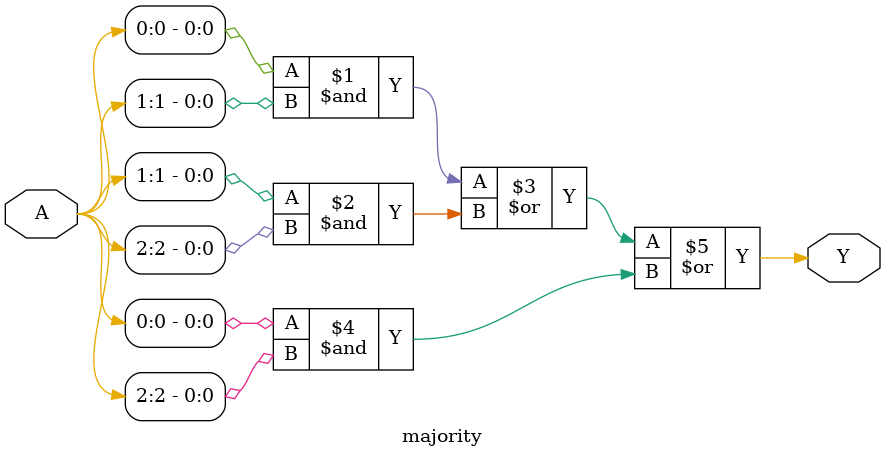
<source format=v>
module majority(A, Y);

  input [2:0]A;
  output Y;

  assign Y = (A[0] & A[1]) | (A[1] & A[2]) | (A[0] & A[2]);

endmodule

</source>
